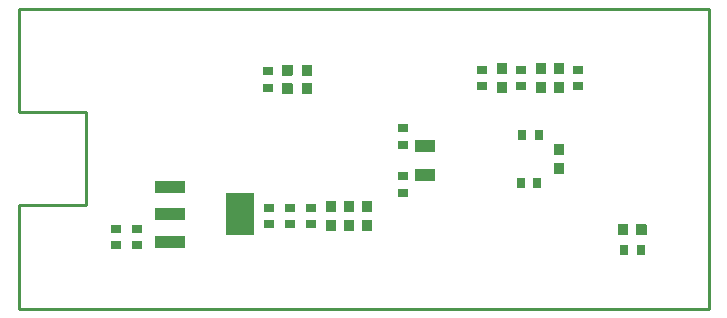
<source format=gbp>
G04*
G04 #@! TF.GenerationSoftware,Altium Limited,Altium Designer,20.0.13 (296)*
G04*
G04 Layer_Color=128*
%FSLAX24Y24*%
%MOIN*%
G70*
G01*
G75*
%ADD10C,0.0100*%
%ADD50R,0.0709X0.0394*%
%ADD51R,0.0354X0.0315*%
%ADD52R,0.0315X0.0354*%
%ADD53R,0.0340X0.0318*%
%ADD54R,0.0921X0.1417*%
%ADD55R,0.0984X0.0433*%
%ADD56R,0.0318X0.0340*%
G36*
X9727Y8070D02*
Y7759D01*
X9707Y7740D01*
X9612D01*
Y7889D01*
X9482D01*
Y7740D01*
X9393D01*
X9373Y7759D01*
Y8070D01*
X9393Y8090D01*
X9707D01*
X9727Y8070D01*
D02*
G37*
G36*
X9077D02*
Y7759D01*
X9057Y7740D01*
X8962D01*
Y7889D01*
X8832D01*
Y7740D01*
X8743D01*
X8723Y7759D01*
Y8070D01*
X8743Y8090D01*
X9057D01*
X9077Y8070D01*
D02*
G37*
G36*
X9727Y7444D02*
Y7130D01*
X9707Y7110D01*
X9393D01*
X9373Y7130D01*
Y7444D01*
X9393Y7464D01*
X9482D01*
Y7319D01*
X9612D01*
Y7464D01*
X9707D01*
X9727Y7444D01*
D02*
G37*
G36*
X9077D02*
Y7130D01*
X9057Y7110D01*
X8743D01*
X8723Y7130D01*
Y7444D01*
X8743Y7464D01*
X8832D01*
Y7319D01*
X8962D01*
Y7464D01*
X9057D01*
X9077Y7444D01*
D02*
G37*
G36*
X11727Y3520D02*
Y3209D01*
X11707Y3190D01*
X11612D01*
Y3339D01*
X11482D01*
Y3190D01*
X11393D01*
X11373Y3209D01*
Y3520D01*
X11393Y3540D01*
X11707D01*
X11727Y3520D01*
D02*
G37*
G36*
X11127D02*
Y3209D01*
X11107Y3190D01*
X11012D01*
Y3339D01*
X10882D01*
Y3190D01*
X10793D01*
X10773Y3209D01*
Y3520D01*
X10793Y3540D01*
X11107D01*
X11127Y3520D01*
D02*
G37*
G36*
X10527D02*
Y3209D01*
X10507Y3190D01*
X10412D01*
Y3339D01*
X10282D01*
Y3190D01*
X10193D01*
X10173Y3209D01*
Y3520D01*
X10193Y3540D01*
X10507D01*
X10527Y3520D01*
D02*
G37*
G36*
X11727Y2894D02*
Y2580D01*
X11707Y2560D01*
X11393D01*
X11373Y2580D01*
Y2894D01*
X11393Y2914D01*
X11482D01*
Y2768D01*
X11612D01*
Y2914D01*
X11707D01*
X11727Y2894D01*
D02*
G37*
G36*
X11127D02*
Y2580D01*
X11107Y2560D01*
X10793D01*
X10773Y2580D01*
Y2894D01*
X10793Y2914D01*
X10882D01*
Y2768D01*
X11012D01*
Y2914D01*
X11107D01*
X11127Y2894D01*
D02*
G37*
G36*
X10527D02*
Y2580D01*
X10507Y2560D01*
X10193D01*
X10173Y2580D01*
Y2894D01*
X10193Y2914D01*
X10282D01*
Y2768D01*
X10412D01*
Y2914D01*
X10507D01*
X10527Y2894D01*
D02*
G37*
G36*
X17527Y8120D02*
Y7809D01*
X17507Y7790D01*
X17412D01*
Y7939D01*
X17282D01*
Y7790D01*
X17193D01*
X17173Y7809D01*
Y8120D01*
X17193Y8140D01*
X17507D01*
X17527Y8120D01*
D02*
G37*
G36*
X18127Y8120D02*
Y7806D01*
X18107Y7786D01*
X18018D01*
Y7932D01*
X17888D01*
Y7786D01*
X17793D01*
X17773Y7806D01*
Y8120D01*
X17793Y8140D01*
X18107D01*
X18127Y8120D01*
D02*
G37*
G36*
X16227D02*
Y7806D01*
X16207Y7786D01*
X16118D01*
Y7932D01*
X15988D01*
Y7786D01*
X15893D01*
X15873Y7806D01*
Y8120D01*
X15893Y8140D01*
X16207D01*
X16227Y8120D01*
D02*
G37*
G36*
X17527Y7494D02*
Y7180D01*
X17507Y7160D01*
X17193D01*
X17173Y7180D01*
Y7494D01*
X17193Y7514D01*
X17282D01*
Y7369D01*
X17412D01*
Y7514D01*
X17507D01*
X17527Y7494D01*
D02*
G37*
G36*
X18127Y7491D02*
Y7180D01*
X18107Y7160D01*
X17793D01*
X17773Y7180D01*
Y7491D01*
X17793Y7510D01*
X17888D01*
Y7361D01*
X18018D01*
Y7510D01*
X18107D01*
X18127Y7491D01*
D02*
G37*
G36*
X16227D02*
Y7180D01*
X16207Y7160D01*
X15893D01*
X15873Y7180D01*
Y7491D01*
X15893Y7510D01*
X15988D01*
Y7361D01*
X16118D01*
Y7510D01*
X16207D01*
X16227Y7491D01*
D02*
G37*
G36*
X18127Y5420D02*
Y5106D01*
X18107Y5086D01*
X18018D01*
Y5232D01*
X17888D01*
Y5086D01*
X17793D01*
X17773Y5106D01*
Y5420D01*
X17793Y5440D01*
X18107D01*
X18127Y5420D01*
D02*
G37*
G36*
Y4791D02*
Y4480D01*
X18107Y4460D01*
X17793D01*
X17773Y4480D01*
Y4791D01*
X17793Y4810D01*
X17888D01*
Y4661D01*
X18018D01*
Y4810D01*
X18107D01*
X18127Y4791D01*
D02*
G37*
G36*
X20890Y2757D02*
Y2443D01*
X20870Y2423D01*
X20556D01*
X20536Y2443D01*
Y2532D01*
X20682D01*
Y2662D01*
X20536D01*
Y2757D01*
X20556Y2777D01*
X20870D01*
X20890Y2757D01*
D02*
G37*
G36*
X20260D02*
Y2662D01*
X20111D01*
Y2532D01*
X20260D01*
Y2443D01*
X20241Y2423D01*
X19930D01*
X19910Y2443D01*
Y2757D01*
X19930Y2777D01*
X20241D01*
X20260Y2757D01*
D02*
G37*
D10*
X-50Y3400D02*
X2200D01*
X-50Y6500D02*
X2200D01*
X-50Y-50D02*
Y3400D01*
Y6500D02*
Y9950D01*
X2200Y3400D02*
Y6500D01*
X-50Y-50D02*
X22950D01*
Y9950D01*
X-50D02*
X22950D01*
D50*
X13500Y5392D02*
D03*
Y4408D02*
D03*
D51*
X9700Y3326D02*
D03*
Y2774D02*
D03*
X8250Y7324D02*
D03*
Y7876D02*
D03*
X16700Y7374D02*
D03*
Y7926D02*
D03*
X3200Y2074D02*
D03*
Y2626D02*
D03*
X3900Y2074D02*
D03*
Y2626D02*
D03*
X9000Y2774D02*
D03*
Y3326D02*
D03*
X8300Y2774D02*
D03*
Y3326D02*
D03*
X18600Y7926D02*
D03*
Y7374D02*
D03*
X15400D02*
D03*
Y7926D02*
D03*
X12750Y5976D02*
D03*
Y5424D02*
D03*
Y3824D02*
D03*
Y4376D02*
D03*
D52*
X20676Y1900D02*
D03*
X20124D02*
D03*
X17276Y5750D02*
D03*
X16724D02*
D03*
X17226Y4150D02*
D03*
X16674D02*
D03*
D53*
X17350Y7353D02*
D03*
Y7947D02*
D03*
X11550Y2753D02*
D03*
Y3347D02*
D03*
X10350Y2753D02*
D03*
Y3347D02*
D03*
X10950Y2753D02*
D03*
Y3347D02*
D03*
X8900Y7303D02*
D03*
Y7897D02*
D03*
X9550Y7303D02*
D03*
Y7897D02*
D03*
X16050Y7947D02*
D03*
Y7353D02*
D03*
X17950D02*
D03*
Y7947D02*
D03*
Y4653D02*
D03*
Y5247D02*
D03*
D54*
X7319Y3100D02*
D03*
D55*
X4981Y4006D02*
D03*
Y3100D02*
D03*
Y2194D02*
D03*
D56*
X20103Y2600D02*
D03*
X20697D02*
D03*
M02*

</source>
